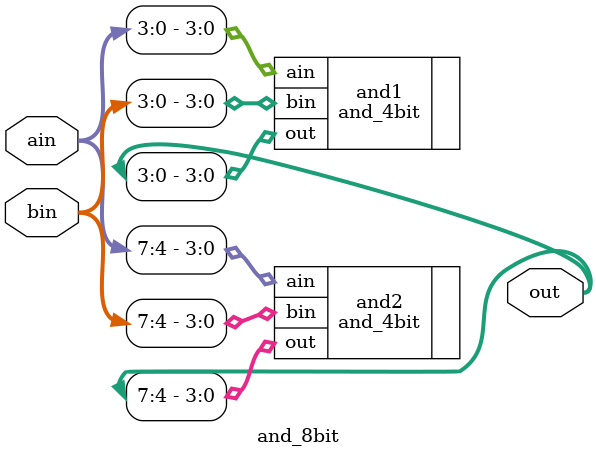
<source format=v>
module and_8bit (
	output [7:0] out,
	input [7:0] ain,
	input [7:0] bin
);

	and_4bit and1 (
		.out(out[3:0]),
		.ain(ain[3:0]),
		.bin(bin[3:0])
	);
	
	and_4bit and2 (
		.out(out[7:4]),
		.ain(ain[7:4]),
		.bin(bin[7:4])
	);

endmodule

</source>
